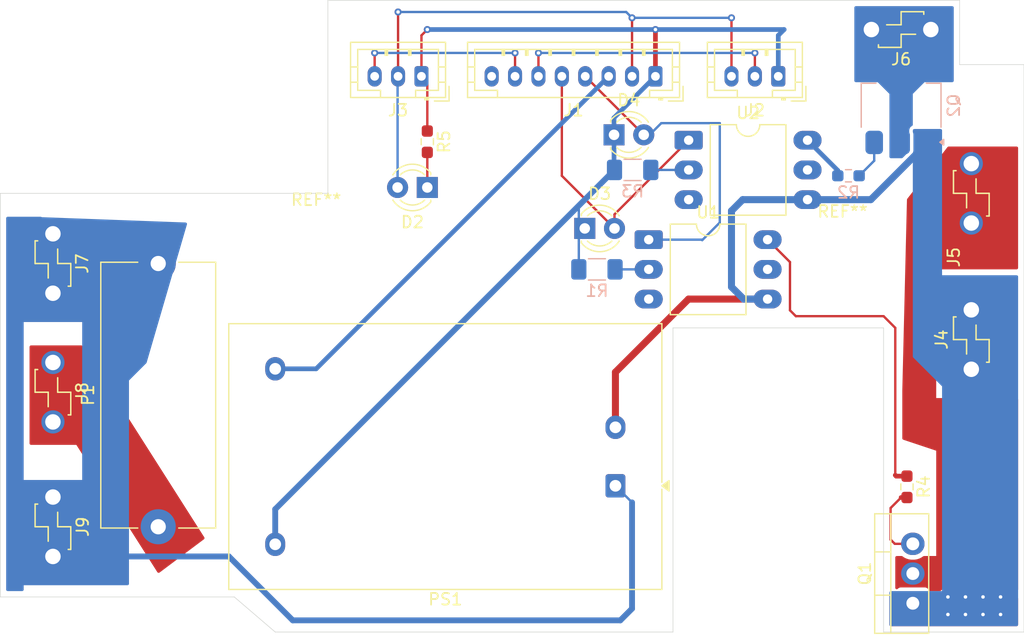
<source format=kicad_pcb>
(kicad_pcb (version 20241229) (generator "pcbnew") (generator_version "9.0")
  (layers (0 "F.Cu" signal) (2 "B.Cu" signal) (13 "F.Paste" user) (15 "B.Paste" user) (5 "F.SilkS" user "F.Silkscreen") (7 "B.SilkS" user "B.Silkscreen") (1 "F.Mask" user) (3 "B.Mask" user) (25 "Edge.Cuts" user))
  (net 0 "")
  (net 1 "PUMP")
  (net 2 "12V")
  (net 3 "DEBUG-LED")
  (net 4 "Net-(F1-Pad1)")
  (net 5 "Net-(D2-K)")
  (net 6 "GND")
  (net 7 "HEAT")
  (net 8 "TEMP")
  (net 9 "FLOW")
  (net 10 "5V")
  (net 11 "Net-(R4-Pad1)")
  (net 12 "Net-(R2-Pad1)")
  (net 13 "Net-(Q2-G)")
  (net 14 "Net-(Q1-G)")
  (net 19 "Net-(R3-Pad2)")
  (net 20 "Net-(R1-Pad2)")
  (net 21 "Net-(PS1-AC{slash}N)")
  (net 22 "Net-(Q2-A2)")
  (net 23 "Net-(PS1-AC{slash}L)")
  (net 24 "Net-(Q1-A2)")
  (footprint "1212-ST:KEYSTONE_1212-ST" (layer "F.Cu") (at 193 80.5 90)
    (property "Reference" "J4" (at 0 -2.54 90) (layer "F.SilkS"))
    (property "Value" "Neutral")
    (fp_line (start 1.9375 -1.525) (end 1.9375 -1.304) (stroke (width 0.127)) (layer "F.SilkS"))
    (fp_line (start 0 -1.525) (end 1.9375 -1.525) (stroke (width 0.127)) (layer "F.SilkS"))
    (fp_line (start 0 -0.405) (end 0 -1.525) (stroke (width 0.127)) (layer "F.SilkS"))
    (fp_line (start -1.2365 -0.405) (end 0 -0.405) (stroke (width 0.127)) (layer "F.SilkS"))
    (fp_line (start 0 0.405) (end 1.2365 0.405) (stroke (width 0.127)) (layer "F.SilkS"))
    (fp_line (start 0 0.405) (end 0 1.525) (stroke (width 0.127)) (layer "F.SilkS"))
    (fp_line (start 0 1.525) (end -1.9375 1.525) (stroke (width 0.127)) (layer "F.SilkS"))
    (fp_line (start -1.9375 1.525) (end -1.9375 1.304) (stroke (width 0.127)) (layer "F.SilkS"))
    (pad "1_1" thru_hole circle (at -2.54 0 90) (size 1.98 1.98) (drill 1.32) (layers "*.Cu" "*.Mask") (net 21 "Net-(PS1-AC{slash}N)"))
    (pad "1_2" thru_hole circle (at 2.54 0 90) (size 1.98 1.98) (drill 1.32) (layers "*.Cu" "*.Mask") (net 21 "Net-(PS1-AC{slash}N)"))
  )
  (footprint "LED_THT:LED_D3.0mm" (layer "F.Cu") (at 162.46 63)
    (property "Reference" "D4" (at 1.27 -2.96 0) (layer "F.SilkS"))
    (property "Value" "Heat")
    (fp_line (start -0.29 -1.236) (end -0.29 -1.08) (stroke (width 0.12)) (layer "F.SilkS"))
    (fp_line (start -0.29 1.08) (end -0.29 1.236) (stroke (width 0.12)) (layer "F.SilkS"))
    (fp_arc (start -0.29 -1.235516) (mid 1.36566 -1.987699) (end 2.941437 -1.08) (stroke (width 0.12)) (layer "F.SilkS"))
    (fp_arc (start 0.229039 -1.08) (mid 1.27 -1.5) (end 2.310961 -1.08) (stroke (width 0.12)) (layer "F.SilkS"))
    (fp_arc (start 2.310961 1.08) (mid 1.27 1.5) (end 0.229039 1.08) (stroke (width 0.12)) (layer "F.SilkS"))
    (fp_arc (start 2.941437 1.08) (mid 1.36566 1.987699) (end -0.29 1.235516) (stroke (width 0.12)) (layer "F.SilkS"))
    (pad "1" thru_hole rect (at 0 0) (size 1.8 1.8) (drill 0.9) (layers "*.Cu" "*.Mask") (net 6 "GND"))
    (pad "2" thru_hole circle (at 2.54 0) (size 1.8 1.8) (drill 0.9) (layers "*.Cu" "*.Mask") (net 7 "HEAT"))
  )
  (footprint "Fuse:Fuseholder_Cylinder-5x20mm_Schurter_0031_8201_Horizontal_Open" (layer "F.Cu") (at 123.5 96.5 90)
    (property "Reference" "F1" (at 11.25 -6 90) (layer "F.SilkS"))
    (property "Value" "Fuse")
    (fp_line (start -0.11 -4.91) (end 22.61 -4.91) (stroke (width 0.12)) (layer "F.SilkS"))
    (fp_line (start 22.61 -1.75) (end 22.61 -4.91) (stroke (width 0.12)) (layer "F.SilkS"))
    (fp_line (start -0.11 -1.75) (end -0.11 -4.91) (stroke (width 0.12)) (layer "F.SilkS"))
    (fp_line (start 22.61 4.91) (end 22.61 1.75) (stroke (width 0.12)) (layer "F.SilkS"))
    (fp_line (start -0.11 4.91) (end -0.11 1.75) (stroke (width 0.12)) (layer "F.SilkS"))
    (fp_line (start -0.11 4.91) (end 22.61 4.91) (stroke (width 0.12)) (layer "F.SilkS"))
    (pad "" np_thru_hole circle (at 11.25 0 90) (size 2.7 2.7) (drill 2.7) (layers "*.Cu" "*.Mask"))
    (pad "1" thru_hole circle (at 0 0 90) (size 3 3) (drill 1.3) (layers "*.Cu" "*.Mask") (net 4 "Net-(F1-Pad1)"))
    (pad "2" thru_hole circle (at 22.5 0 90) (size 3 3) (drill 1.3) (layers "*.Cu" "*.Mask") (net 23 "Net-(PS1-AC{slash}L)"))
  )
  (footprint "Connector_JST:JST_PH_B8B-PH-K_1x08_P2.00mm_Vertical" (layer "F.Cu") (at 166 58 180)
    (property "Reference" "J1" (at 7 -2.9 180) (layer "F.SilkS"))
    (property "Value" "Head Connector")
    (fp_line (start 16.06 2.91) (end 16.06 -1.81) (stroke (width 0.12)) (layer "F.SilkS"))
    (fp_line (start 16.06 0.8) (end 15.45 0.8) (stroke (width 0.12)) (layer "F.SilkS"))
    (fp_line (start 16.06 -0.5) (end 15.45 -0.5) (stroke (width 0.12)) (layer "F.SilkS"))
    (fp_line (start 16.06 -1.81) (end -2.06 -1.81) (stroke (width 0.12)) (layer "F.SilkS"))
    (fp_line (start 15.45 2.3) (end 15.45 -1.2) (stroke (width 0.12)) (layer "F.SilkS"))
    (fp_line (start 15.45 -1.2) (end 13.5 -1.2) (stroke (width 0.12)) (layer "F.SilkS"))
    (fp_line (start 13.5 -1.2) (end 13.5 -1.81) (stroke (width 0.12)) (layer "F.SilkS"))
    (fp_line (start 13.1 1.8) (end 13.1 2.3) (stroke (width 0.12)) (layer "F.SilkS"))
    (fp_line (start 13 2.3) (end 13 1.8) (stroke (width 0.12)) (layer "F.SilkS"))
    (fp_line (start 12.9 2.3) (end 12.9 1.8) (stroke (width 0.12)) (layer "F.SilkS"))
    (fp_line (start 12.9 1.8) (end 13.1 1.8) (stroke (width 0.12)) (layer "F.SilkS"))
    (fp_line (start 11.1 1.8) (end 11.1 2.3) (stroke (width 0.12)) (layer "F.SilkS"))
    (fp_line (start 11 2.3) (end 11 1.8) (stroke (width 0.12)) (layer "F.SilkS"))
    (fp_line (start 10.9 2.3) (end 10.9 1.8) (stroke (width 0.12)) (layer "F.SilkS"))
    (fp_line (start 10.9 1.8) (end 11.1 1.8) (stroke (width 0.12)) (layer "F.SilkS"))
    (fp_line (start 9.1 1.8) (end 9.1 2.3) (stroke (width 0.12)) (layer "F.SilkS"))
    (fp_line (start 9 2.3) (end 9 1.8) (stroke (width 0.12)) (layer "F.SilkS"))
    (fp_line (start 8.9 2.3) (end 8.9 1.8) (stroke (width 0.12)) (layer "F.SilkS"))
    (fp_line (start 8.9 1.8) (end 9.1 1.8) (stroke (width 0.12)) (layer "F.SilkS"))
    (fp_line (start 7.1 1.8) (end 7.1 2.3) (stroke (width 0.12)) (layer "F.SilkS"))
    (fp_line (start 7 2.3) (end 7 1.8) (stroke (width 0.12)) (layer "F.SilkS"))
    (fp_line (start 6.9 2.3) (end 6.9 1.8) (stroke (width 0.12)) (layer "F.SilkS"))
    (fp_line (start 6.9 1.8) (end 7.1 1.8) (stroke (width 0.12)) (layer "F.SilkS"))
    (fp_line (start 5.1 1.8) (end 5.1 2.3) (stroke (width 0.12)) (layer "F.SilkS"))
    (fp_line (start 5 2.3) (end 5 1.8) (stroke (width 0.12)) (layer "F.SilkS"))
    (fp_line (start 4.9 2.3) (end 4.9 1.8) (stroke (width 0.12)) (layer "F.SilkS"))
    (fp_line (start 4.9 1.8) (end 5.1 1.8) (stroke (width 0.12)) (layer "F.SilkS"))
    (fp_line (start 3.1 1.8) (end 3.1 2.3) (stroke (width 0.12)) (layer "F.SilkS"))
    (fp_line (start 3 2.3) (end 3 1.8) (stroke (width 0.12)) (layer "F.SilkS"))
    (fp_line (start 2.9 2.3) (end 2.9 1.8) (stroke (width 0.12)) (layer "F.SilkS"))
    (fp_line (start 2.9 1.8) (end 3.1 1.8) (stroke (width 0.12)) (layer "F.SilkS"))
    (fp_line (start 1.1 1.8) (end 1.1 2.3) (stroke (width 0.12)) (layer "F.SilkS"))
    (fp_line (start 1 2.3) (end 1 1.8) (stroke (width 0.12)) (layer "F.SilkS"))
    (fp_line (start 0.9 2.3) (end 0.9 1.8) (stroke (width 0.12)) (layer "F.SilkS"))
    (fp_line (start 0.9 1.8) (end 1.1 1.8) (stroke (width 0.12)) (layer "F.SilkS"))
    (fp_line (start 0.5 -1.2) (end -1.45 -1.2) (stroke (width 0.12)) (layer "F.SilkS"))
    (fp_line (start 0.5 -1.81) (end 0.5 -1.2) (stroke (width 0.12)) (layer "F.SilkS"))
    (fp_line (start -0.3 -1.81) (end -0.3 -2.01) (stroke (width 0.12)) (layer "F.SilkS"))
    (fp_line (start -0.3 -1.91) (end -0.6 -1.91) (stroke (width 0.12)) (layer "F.SilkS"))
    (fp_line (start -0.3 -2.01) (end -0.6 -2.01) (stroke (width 0.12)) (layer "F.SilkS"))
    (fp_line (start -0.6 -2.01) (end -0.6 -1.81) (stroke (width 0.12)) (layer "F.SilkS"))
    (fp_line (start -1.11 -2.11) (end -2.36 -2.11) (stroke (width 0.12)) (layer "F.SilkS"))
    (fp_line (start -1.45 2.3) (end 15.45 2.3) (stroke (width 0.12)) (layer "F.SilkS"))
    (fp_line (start -1.45 -1.2) (end -1.45 2.3) (stroke (width 0.12)) (layer "F.SilkS"))
    (fp_line (start -2.06 2.91) (end 16.06 2.91) (stroke (width 0.12)) (layer "F.SilkS"))
    (fp_line (start -2.06 0.8) (end -1.45 0.8) (stroke (width 0.12)) (layer "F.SilkS"))
    (fp_line (start -2.06 -0.5) (end -1.45 -0.5) (stroke (width 0.12)) (layer "F.SilkS"))
    (fp_line (start -2.06 -1.81) (end -2.06 2.91) (stroke (width 0.12)) (layer "F.SilkS"))
    (fp_line (start -2.36 -2.11) (end -2.36 -0.86) (stroke (width 0.12)) (layer "F.SilkS"))
    (pad "1" thru_hole roundrect (at 0 0 180) (size 1.2 1.75) (drill 0.75) (layers "*.Cu" "*.Mask") (roundrect_rratio 0.208333) (net 6 "GND"))
    (pad "2" thru_hole oval (at 2 0 180) (size 1.2 1.75) (drill 0.75) (layers "*.Cu" "*.Mask") (net 10 "5V"))
    (pad "3" thru_hole oval (at 4 0 180) (size 1.2 1.75) (drill 0.75) (layers "*.Cu" "*.Mask") (net 2 "12V"))
    (pad "4" thru_hole oval (at 6 0 180) (size 1.2 1.75) (drill 0.75) (layers "*.Cu" "*.Mask") (net 7 "HEAT"))
    (pad "5" thru_hole oval (at 8 0 180) (size 1.2 1.75) (drill 0.75) (layers "*.Cu" "*.Mask") (net 1 "PUMP"))
    (pad "6" thru_hole oval (at 10 0 180) (size 1.2 1.75) (drill 0.75) (layers "*.Cu" "*.Mask") (net 9 "FLOW"))
    (pad "7" thru_hole oval (at 12 0 180) (size 1.2 1.75) (drill 0.75) (layers "*.Cu" "*.Mask") (net 8 "TEMP"))
    (pad "8" thru_hole oval (at 14 0 180) (size 1.2 1.75) (drill 0.75) (layers "*.Cu" "*.Mask") (net 3 "DEBUG-LED"))
  )
  (footprint "1212-ST:KEYSTONE_1212-ST" (layer "F.Cu") (at 193 68 90)
    (property "Reference" "J5" (at -5.46 -1.5 270) (layer "F.SilkS"))
    (property "Value" "Heater")
    (fp_line (start 1.9375 -1.525) (end 1.9375 -1.304) (stroke (width 0.127)) (layer "F.SilkS"))
    (fp_line (start 0 -1.525) (end 1.9375 -1.525) (stroke (width 0.127)) (layer "F.SilkS"))
    (fp_line (start 0 -0.405) (end 0 -1.525) (stroke (width 0.127)) (layer "F.SilkS"))
    (fp_line (start -1.2365 -0.405) (end 0 -0.405) (stroke (width 0.127)) (layer "F.SilkS"))
    (fp_line (start 0 0.405) (end 1.2365 0.405) (stroke (width 0.127)) (layer "F.SilkS"))
    (fp_line (start 0 0.405) (end 0 1.525) (stroke (width 0.127)) (layer "F.SilkS"))
    (fp_line (start 0 1.525) (end -1.9375 1.525) (stroke (width 0.127)) (layer "F.SilkS"))
    (fp_line (start -1.9375 1.525) (end -1.9375 1.304) (stroke (width 0.127)) (layer "F.SilkS"))
    (pad "1_1" thru_hole circle (at -2.54 0 90) (size 1.98 1.98) (drill 1.32) (layers "*.Cu" "*.Mask") (net 24 "Net-(Q1-A2)"))
    (pad "1_2" thru_hole circle (at 2.54 0 90) (size 1.98 1.98) (drill 1.32) (layers "*.Cu" "*.Mask") (net 24 "Net-(Q1-A2)"))
  )
  (footprint "Resistor_SMD:R_0603_1608Metric_Pad0.98x0.95mm_HandSolder" (layer "F.Cu") (at 187.5 93.0875 -90)
    (property "Reference" "R4" (at 0 -1.43 270) (layer "F.SilkS"))
    (property "Value" "Rgate 220")
    (fp_line (start -0.254724 0.5225) (end 0.254724 0.5225) (stroke (width 0.12)) (layer "F.SilkS"))
    (fp_line (start -0.254724 -0.5225) (end 0.254724 -0.5225) (stroke (width 0.12)) (layer "F.SilkS"))
    (pad "1" smd roundrect (at -0.9125 0 270) (size 0.975 0.95) (layers "F.Cu" "F.Mask" "F.Paste") (net 11 "Net-(R4-Pad1)"))
    (pad "2" smd roundrect (at 0.9125 0 270) (size 0.975 0.95) (layers "F.Cu" "F.Mask" "F.Paste") (net 14 "Net-(Q1-G)"))
  )
  (footprint "Connector_JST:JST_PH_B3B-PH-K_1x03_P2.00mm_Vertical" (layer "F.Cu") (at 146 58 180)
    (property "Reference" "J3" (at 2 -2.9 0) (layer "F.SilkS"))
    (property "Value" "DS18B20")
    (fp_line (start 6.06 0.8) (end 5.45 0.8) (stroke (width 0.12)) (layer "F.SilkS"))
    (fp_line (start 6.06 -0.5) (end 5.45 -0.5) (stroke (width 0.12)) (layer "F.SilkS"))
    (fp_line (start 5.45 2.3) (end 5.45 -1.2) (stroke (width 0.12)) (layer "F.SilkS"))
    (fp_line (start 5.45 -1.2) (end 3.5 -1.2) (stroke (width 0.12)) (layer "F.SilkS"))
    (fp_line (start 3.5 -1.2) (end 3.5 -1.81) (stroke (width 0.12)) (layer "F.SilkS"))
    (fp_line (start 3.1 1.8) (end 3.1 2.3) (stroke (width 0.12)) (layer "F.SilkS"))
    (fp_line (start 3 2.3) (end 3 1.8) (stroke (width 0.12)) (layer "F.SilkS"))
    (fp_line (start 2.9 2.3) (end 2.9 1.8) (stroke (width 0.12)) (layer "F.SilkS"))
    (fp_line (start 2.9 1.8) (end 3.1 1.8) (stroke (width 0.12)) (layer "F.SilkS"))
    (fp_line (start 1.1 1.8) (end 1.1 2.3) (stroke (width 0.12)) (layer "F.SilkS"))
    (fp_line (start 1 2.3) (end 1 1.8) (stroke (width 0.12)) (layer "F.SilkS"))
    (fp_line (start 0.9 2.3) (end 0.9 1.8) (stroke (width 0.12)) (layer "F.SilkS"))
    (fp_line (start 0.9 1.8) (end 1.1 1.8) (stroke (width 0.12)) (layer "F.SilkS"))
    (fp_line (start 0.5 -1.2) (end -1.45 -1.2) (stroke (width 0.12)) (layer "F.SilkS"))
    (fp_line (start 0.5 -1.81) (end 0.5 -1.2) (stroke (width 0.12)) (layer "F.SilkS"))
    (fp_line (start -0.3 -1.81) (end -0.3 -2.01) (stroke (width 0.12)) (layer "F.SilkS"))
    (fp_line (start -0.3 -1.91) (end -0.6 -1.91) (stroke (width 0.12)) (layer "F.SilkS"))
    (fp_line (start -0.3 -2.01) (end -0.6 -2.01) (stroke (width 0.12)) (layer "F.SilkS"))
    (fp_line (start -0.6 -2.01) (end -0.6 -1.81) (stroke (width 0.12)) (layer "F.SilkS"))
    (fp_line (start -1.11 -2.11) (end -2.36 -2.11) (stroke (width 0.12)) (layer "F.SilkS"))
    (fp_line (start -1.45 2.3) (end 5.45 2.3) (stroke (width 0.12)) (layer "F.SilkS"))
    (fp_line (start -1.45 -1.2) (end -1.45 2.3) (stroke (width 0.12)) (layer "F.SilkS"))
    (fp_line (start -2.06 0.8) (end -1.45 0.8) (stroke (width 0.12)) (layer "F.SilkS"))
    (fp_line (start -2.06 -0.5) (end -1.45 -0.5) (stroke (width 0.12)) (layer "F.SilkS"))
    (fp_line (start -2.36 -2.11) (end -2.36 -0.86) (stroke (width 0.12)) (layer "F.SilkS"))
    (fp_rect (start -2.06 -1.81) (end 6.06 2.91) (stroke (width 0.12)) (fill no) (layer "F.SilkS"))
    (pad "1" thru_hole roundrect (at 0 0 180) (size 1.2 1.75) (drill 0.75) (layers "*.Cu" "*.Mask") (roundrect_rratio 0.208333) (net 6 "GND"))
    (pad "2" thru_hole oval (at 2 0 180) (size 1.2 1.75) (drill 0.75) (layers "*.Cu" "*.Mask") (net 10 "5V"))
    (pad "3" thru_hole oval (at 4 0 180) (size 1.2 1.75) (drill 0.75) (layers "*.Cu" "*.Mask") (net 8 "TEMP"))
  )
  (footprint "LED_THT:LED_D3.0mm" (layer "F.Cu") (at 146.5 67.5 180)
    (property "Reference" "D2" (at 1.27 -2.96 0) (layer "F.SilkS"))
    (property "Value" "POWER-A")
    (fp_line (start -0.29 1.08) (end -0.29 1.236) (stroke (width 0.12)) (layer "F.SilkS"))
    (fp_line (start -0.29 -1.236) (end -0.29 -1.08) (stroke (width 0.12)) (layer "F.SilkS"))
    (fp_arc (start 2.941437 1.08) (mid 1.36566 1.987699) (end -0.29 1.235516) (stroke (width 0.12)) (layer "F.SilkS"))
    (fp_arc (start 2.310961 1.08) (mid 1.27 1.5) (end 0.229039 1.08) (stroke (width 0.12)) (layer "F.SilkS"))
    (fp_arc (start 0.229039 -1.08) (mid 1.27 -1.5) (end 2.310961 -1.08) (stroke (width 0.12)) (layer "F.SilkS"))
    (fp_arc (start -0.29 -1.235516) (mid 1.36566 -1.987699) (end 2.941437 -1.08) (stroke (width 0.12)) (layer "F.SilkS"))
    (pad "1" thru_hole rect (at 0 0 180) (size 1.8 1.8) (drill 0.9) (layers "*.Cu" "*.Mask") (net 5 "Net-(D2-K)"))
    (pad "2" thru_hole circle (at 2.54 0 180) (size 1.8 1.8) (drill 0.9) (layers "*.Cu" "*.Mask") (net 10 "5V"))
  )
  (footprint "LED_THT:LED_D3.0mm" (layer "F.Cu") (at 159.96 71)
    (property "Reference" "D3" (at 1.27 -2.96 0) (layer "F.SilkS"))
    (property "Value" "Pump")
    (fp_line (start -0.29 -1.236) (end -0.29 -1.08) (stroke (width 0.12)) (layer "F.SilkS"))
    (fp_line (start -0.29 1.08) (end -0.29 1.236) (stroke (width 0.12)) (layer "F.SilkS"))
    (fp_arc (start -0.29 -1.235516) (mid 1.36566 -1.987699) (end 2.941437 -1.08) (stroke (width 0.12)) (layer "F.SilkS"))
    (fp_arc (start 0.229039 -1.08) (mid 1.27 -1.5) (end 2.310961 -1.08) (stroke (width 0.12)) (layer "F.SilkS"))
    (fp_arc (start 2.310961 1.08) (mid 1.27 1.5) (end 0.229039 1.08) (stroke (width 0.12)) (layer "F.SilkS"))
    (fp_arc (start 2.941437 1.08) (mid 1.36566 1.987699) (end -0.29 1.235516) (stroke (width 0.12)) (layer "F.SilkS"))
    (pad "1" thru_hole rect (at 0 0) (size 1.8 1.8) (drill 0.9) (layers "*.Cu" "*.Mask") (net 6 "GND"))
    (pad "2" thru_hole circle (at 2.54 0) (size 1.8 1.8) (drill 0.9) (layers "*.Cu" "*.Mask") (net 1 "PUMP"))
  )
  (footprint "1212-ST:KEYSTONE_1212-ST" (layer "F.Cu") (at 114.5 85 90)
    (property "Reference" "J8" (at 0 2.5 90) (layer "F.SilkS"))
    (property "Value" "Line")
    (fp_line (start 1.9375 -1.525) (end 1.9375 -1.304) (stroke (width 0.127)) (layer "F.SilkS"))
    (fp_line (start 0 -1.525) (end 1.9375 -1.525) (stroke (width 0.127)) (layer "F.SilkS"))
    (fp_line (start 0 -0.405) (end 0 -1.525) (stroke (width 0.127)) (layer "F.SilkS"))
    (fp_line (start -1.2365 -0.405) (end 0 -0.405) (stroke (width 0.127)) (layer "F.SilkS"))
    (fp_line (start 0 0.405) (end 1.2365 0.405) (stroke (width 0.127)) (layer "F.SilkS"))
    (fp_line (start 0 0.405) (end 0 1.525) (stroke (width 0.127)) (layer "F.SilkS"))
    (fp_line (start 0 1.525) (end -1.9375 1.525) (stroke (width 0.127)) (layer "F.SilkS"))
    (fp_line (start -1.9375 1.525) (end -1.9375 1.304) (stroke (width 0.127)) (layer "F.SilkS"))
    (pad "1_1" thru_hole circle (at -2.54 0 90) (size 1.98 1.98) (drill 1.32) (layers "*.Cu" "*.Mask") (net 4 "Net-(F1-Pad1)"))
    (pad "1_2" thru_hole circle (at 2.54 0 90) (size 1.98 1.98) (drill 1.32) (layers "*.Cu" "*.Mask") (net 4 "Net-(F1-Pad1)"))
  )
  (footprint "MountingHole:MountingHole_4mm" (layer "F.Cu") (at 182 74.5)
    (property "Reference" "REF**" (at 0 -4.95 0) (layer "F.SilkS"))
    (property "Value" "MountingHole_4mm")
    (pad "" np_thru_hole circle (at 0 0) (size 4 4) (drill 4) (layers "*.Cu" "*.Mask"))
  )
  (footprint "Converter_ACDC:Converter_ACDC_Hi-Link_HLK-PMxx" (layer "F.Cu") (at 162.58 93 180)
    (property "Reference" "PS1" (at 14.54 -9.7 0) (layer "F.SilkS"))
    (property "Value" "HLK-PM12")
    (fp_line (start 33.05 13.86) (end -3.97 13.86) (stroke (width 0.12)) (layer "F.SilkS"))
    (fp_line (start 33.05 -8.86) (end 33.05 13.86) (stroke (width 0.12)) (layer "F.SilkS"))
    (fp_line (start -3.97 13.86) (end -3.97 0.296) (stroke (width 0.12)) (layer "F.SilkS"))
    (fp_line (start -3.97 -0.296) (end -3.97 -8.86) (stroke (width 0.12)) (layer "F.SilkS"))
    (fp_line (start -3.97 -8.86) (end 33.05 -8.86) (stroke (width 0.12)) (layer "F.SilkS"))
    (fp_poly (pts (xy -3.97 0) (xy -4.58 0.44) (xy -4.58 -0.44)) (stroke (width 0.12)) (fill yes) (layer "F.SilkS"))
    (pad "1" thru_hole roundrect (at 0 0 180) (size 1.7 2) (drill 1) (layers "*.Cu" "*.Mask") (roundrect_rratio 0.147059) (net 23 "Net-(PS1-AC{slash}L)"))
    (pad "2" thru_hole oval (at 0 5 180) (size 1.7 2) (drill 1) (layers "*.Cu" "*.Mask") (net 21 "Net-(PS1-AC{slash}N)"))
    (pad "3" thru_hole oval (at 29.08 -5 180) (size 1.7 2) (drill 1) (layers "*.Cu" "*.Mask") (net 6 "GND"))
    (pad "4" thru_hole oval (at 29.08 10 180) (size 1.7 2) (drill 1) (layers "*.Cu" "*.Mask") (net 2 "12V"))
  )
  (footprint "Package_TO_SOT_THT:TO-220-3_Vertical" (layer "F.Cu") (at 188 103.04 90)
    (property "Reference" "Q1" (at 2.54 -4.1 90) (layer "F.SilkS"))
    (property "Value" "T835H-6I")
    (fp_line (start 7.65 -3.26) (end 7.65 1.36) (stroke (width 0.12)) (layer "F.SilkS"))
    (fp_line (start 4.39 -3.26) (end 4.39 -1.88) (stroke (width 0.12)) (layer "F.SilkS"))
    (fp_line (start 0.69 -3.26) (end 0.69 -1.88) (stroke (width 0.12)) (layer "F.SilkS"))
    (fp_line (start -2.57 -3.26) (end 7.65 -3.26) (stroke (width 0.12)) (layer "F.SilkS"))
    (fp_line (start -2.57 -1.88) (end 7.65 -1.88) (stroke (width 0.12)) (layer "F.SilkS"))
    (fp_line (start 7.65 1.36) (end -2.57 1.36) (stroke (width 0.12)) (layer "F.SilkS"))
    (fp_line (start -2.57 1.36) (end -2.57 -3.26) (stroke (width 0.12)) (layer "F.SilkS"))
    (pad "1" thru_hole rect (at 0 0 90) (size 1.905 2) (drill 1.1) (layers "*.Cu" "*.Mask") (net 21 "Net-(PS1-AC{slash}N)"))
    (pad "2" thru_hole oval (at 2.54 0 90) (size 1.905 2) (drill 1.1) (layers "*.Cu" "*.Mask") (net 24 "Net-(Q1-A2)"))
    (pad "3" thru_hole oval (at 5.08 0 90) (size 1.905 2) (drill 1.1) (layers "*.Cu" "*.Mask") (net 14 "Net-(Q1-G)"))
  )
  (footprint "1212-ST:KEYSTONE_1212-ST" (layer "F.Cu") (at 114.5 74 90)
    (property "Reference" "J7" (at 0 2.5 90) (layer "F.SilkS"))
    (property "Value" "Heater")
    (fp_line (start 1.9375 -1.525) (end 1.9375 -1.304) (stroke (width 0.127)) (layer "F.SilkS"))
    (fp_line (start 0 -1.525) (end 1.9375 -1.525) (stroke (width 0.127)) (layer "F.SilkS"))
    (fp_line (start 0 -0.405) (end 0 -1.525) (stroke (width 0.127)) (layer "F.SilkS"))
    (fp_line (start -1.2365 -0.405) (end 0 -0.405) (stroke (width 0.127)) (layer "F.SilkS"))
    (fp_line (start 0 0.405) (end 1.2365 0.405) (stroke (width 0.127)) (layer "F.SilkS"))
    (fp_line (start 0 0.405) (end 0 1.525) (stroke (width 0.127)) (layer "F.SilkS"))
    (fp_line (start 0 1.525) (end -1.9375 1.525) (stroke (width 0.127)) (layer "F.SilkS"))
    (fp_line (start -1.9375 1.525) (end -1.9375 1.304) (stroke (width 0.127)) (layer "F.SilkS"))
    (pad "1_1" thru_hole circle (at -2.54 0 90) (size 1.98 1.98) (drill 1.32) (layers "*.Cu" "*.Mask") (net 23 "Net-(PS1-AC{slash}L)"))
    (pad "1_2" thru_hole circle (at 2.54 0 90) (size 1.98 1.98) (drill 1.32) (layers "*.Cu" "*.Mask") (net 23 "Net-(PS1-AC{slash}L)"))
  )
  (footprint "MountingHole:MountingHole_4mm" (layer "F.Cu") (at 137 73.5)
    (property "Reference" "REF**" (at 0 -4.95 0) (layer "F.SilkS"))
    (property "Value" "MountingHole_4mm")
    (pad "" np_thru_hole circle (at 0 0) (size 4 4) (drill 4) (layers "*.Cu" "*.Mask"))
  )
  (footprint "1212-ST:KEYSTONE_1212-ST" (layer "F.Cu") (at 187 54 180)
    (property "Reference" "J6" (at 0 -2.54 0) (layer "F.SilkS"))
    (property "Value" "Pump")
    (fp_line (start 1.9375 -1.525) (end 1.9375 -1.304) (stroke (width 0.127)) (layer "F.SilkS"))
    (fp_line (start 0 1.525) (end -1.9375 1.525) (stroke (width 0.127)) (layer "F.SilkS"))
    (fp_line (start 0 0.405) (end 1.2365 0.405) (stroke (width 0.127)) (layer "F.SilkS"))
    (fp_line (start 0 0.405) (end 0 1.525) (stroke (width 0.127)) (layer "F.SilkS"))
    (fp_line (start 0 -0.405) (end 0 -1.525) (stroke (width 0.127)) (layer "F.SilkS"))
    (fp_line (start 0 -1.525) (end 1.9375 -1.525) (stroke (width 0.127)) (layer "F.SilkS"))
    (fp_line (start -1.2365 -0.405) (end 0 -0.405) (stroke (width 0.127)) (layer "F.SilkS"))
    (fp_line (start -1.9375 1.525) (end -1.9375 1.304) (stroke (width 0.127)) (layer "F.SilkS"))
    (pad "1_1" thru_hole circle (at -2.54 0 180) (size 1.98 1.98) (drill 1.32) (layers "*.Cu" "*.Mask") (net 22 "Net-(Q2-A2)"))
    (pad "1_2" thru_hole circle (at 2.54 0 180) (size 1.98 1.98) (drill 1.32) (layers "*.Cu" "*.Mask") (net 22 "Net-(Q2-A2)"))
  )
  (footprint "Connector_JST:JST_PH_B3B-PH-K_1x03_P2.00mm_Vertical" (layer "F.Cu") (at 176.5 58 180)
    (property "Reference" "J2" (at 2 -2.9 180) (layer "F.SilkS"))
    (property "Value" "Flow sensor")
    (fp_line (start 6.06 2.91) (end 6.06 -1.81) (stroke (width 0.12)) (layer "F.SilkS"))
    (fp_line (start 6.06 0.8) (end 5.45 0.8) (stroke (width 0.12)) (layer "F.SilkS"))
    (fp_line (start 6.06 -0.5) (end 5.45 -0.5) (stroke (width 0.12)) (layer "F.SilkS"))
    (fp_line (start 6.06 -1.81) (end -2.06 -1.81) (stroke (width 0.12)) (layer "F.SilkS"))
    (fp_line (start 5.45 2.3) (end 5.45 -1.2) (stroke (width 0.12)) (layer "F.SilkS"))
    (fp_line (start 5.45 -1.2) (end 3.5 -1.2) (stroke (width 0.12)) (layer "F.SilkS"))
    (fp_line (start 3.5 -1.2) (end 3.5 -1.81) (stroke (width 0.12)) (layer "F.SilkS"))
    (fp_line (start 3.1 1.8) (end 3.1 2.3) (stroke (width 0.12)) (layer "F.SilkS"))
    (fp_line (start 3 2.3) (end 3 1.8) (stroke (width 0.12)) (layer "F.SilkS"))
    (fp_line (start 2.9 2.3) (end 2.9 1.8) (stroke (width 0.12)) (layer "F.SilkS"))
    (fp_line (start 2.9 1.8) (end 3.1 1.8) (stroke (width 0.12)) (layer "F.SilkS"))
    (fp_line (start 1.1 1.8) (end 1.1 2.3) (stroke (width 0.12)) (layer "F.SilkS"))
    (fp_line (start 1 2.3) (end 1 1.8) (stroke (width 0.12)) (layer "F.SilkS"))
    (fp_line (start 0.9 2.3) (end 0.9 1.8) (stroke (width 0.12)) (layer "F.SilkS"))
    (fp_line (start 0.9 1.8) (end 1.1 1.8) (stroke (width 0.12)) (layer "F.SilkS"))
    (fp_line (start 0.5 -1.2) (end -1.45 -1.2) (stroke (width 0.12)) (layer "F.SilkS"))
    (fp_line (start 0.5 -1.81) (end 0.5 -1.2) (stroke (width 0.12)) (layer "F.SilkS"))
    (fp_line (start -0.3 -1.81) (end -0.3 -2.01) (stroke (width 0.12)) (layer "F.SilkS"))
    (fp_line (start -0.3 -1.91) (end -0.6 -1.91) (stroke (width 0.12)) (layer "F.SilkS"))
    (fp_line (start -0.3 -2.01) (end -0.6 -2.01) (stroke (width 0.12)) (layer "F.SilkS"))
    (fp_line (start -0.6 -2.01) (end -0.6 -1.81) (stroke (width 0.12)) (layer "F.SilkS"))
    (fp_line (start -1.11 -2.11) (end -2.36 -2.11) (stroke (width 0.12)) (layer "F.SilkS"))
    (fp_line (start -1.45 2.3) (end 5.45 2.3) (stroke (width 0.12)) (layer "F.SilkS"))
    (fp_line (start -1.45 -1.2) (end -1.45 2.3) (stroke (width 0.12)) (layer "F.SilkS"))
    (fp_line (start -2.06 2.91) (end 6.06 2.91) (stroke (width 0.12)) (layer "F.SilkS"))
    (fp_line (start -2.06 0.8) (end -1.45 0.8) (stroke (width 0.12)) (layer "F.SilkS"))
    (fp_line (start -2.06 -0.5) (end -1.45 -0.5) (stroke (width 0.12)) (layer "F.SilkS"))
    (fp_line (start -2.06 -1.81) (end -2.06 2.91) (stroke (width 0.12)) (layer "F.SilkS"))
    (fp_line (start -2.36 -2.11) (end -2.36 -0.86) (stroke (width 0.12)) (layer "F.SilkS"))
    (pad "1" thru_hole roundrect (at 0 0 180) (size 1.2 1.75) (drill 0.75) (layers "*.Cu" "*.Mask") (roundrect_rratio 0.208333) (net 6 "GND"))
    (pad "2" thru_hole oval (at 2 0 180) (size 1.2 1.75) (drill 0.75) (layers "*.Cu" "*.Mask") (net 9 "FLOW"))
    (pad "3" thru_hole oval (at 4 0 180) (size 1.2 1.75) (drill 0.75) (layers "*.Cu" "*.Mask") (net 10 "5V"))
  )
  (footprint "Package_DIP:DIP-6_W10.16mm_LongPads" (layer "F.Cu") (at 165.425 71.96)
    (property "Reference" "U1" (at 5.08 -2.33 0) (layer "F.SilkS"))
    (property "Value" "MOC3063M")
    (fp_line (start 1.845 -1.33) (end 1.845 6.41) (stroke (width 0.12)) (layer "F.SilkS"))
    (fp_line (start 1.845 6.41) (end 8.315 6.41) (stroke (width 0.12)) (layer "F.SilkS"))
    (fp_line (start 4.08 -1.33) (end 1.845 -1.33) (stroke (width 0.12)) (layer "F.SilkS"))
    (fp_line (start 8.315 -1.33) (end 6.08 -1.33) (stroke (width 0.12)) (layer "F.SilkS"))
    (fp_line (start 8.315 6.41) (end 8.315 -1.33) (stroke (width 0.12)) (layer "F.SilkS"))
    (fp_arc (start 6.08 -1.33) (mid 5.08 -0.33) (end 4.08 -1.33) (stroke (width 0.12)) (layer "F.SilkS"))
    (pad "1" thru_hole roundrect (at 0 0) (size 2.4 1.6) (drill 0.8) (layers "*.Cu" "*.Mask") (roundrect_rratio 0.15625) (net 7 "HEAT"))
    (pad "2" thru_hole oval (at 0 2.54) (size 2.4 1.6) (drill 0.8) (layers "*.Cu" "*.Mask") (net 20 "Net-(R1-Pad2)"))
    (pad "3" thru_hole oval (at 0 5.08) (size 2.4 1.6) (drill 0.8) (layers "*.Cu" "*.Mask"))
    (pad "4" thru_hole oval (at 10.16 5.08) (size 2.4 1.6) (drill 0.8) (layers "*.Cu" "*.Mask") (net 21 "Net-(PS1-AC{slash}N)"))
    (pad "5" thru_hole oval (at 10.16 2.54) (size 2.4 1.6) (drill 0.8) (layers "*.Cu" "*.Mask"))
    (pad "6" thru_hole oval (at 10.16 0) (size 2.4 1.6) (drill 0.8) (layers "*.Cu" "*.Mask") (net 11 "Net-(R4-Pad1)"))
  )
  (footprint "Resistor_SMD:R_0603_1608Metric_Pad0.98x0.95mm_HandSolder" (layer "F.Cu") (at 146.5 63.5875 -90)
    (property "Reference" "R5" (at 0 -1.43 90) (layer "F.SilkS"))
    (property "Value" "220OHM")
    (fp_line (start -0.254724 0.5225) (end 0.254724 0.5225) (stroke (width 0.12)) (layer "F.SilkS"))
    (fp_line (start -0.254724 -0.5225) (end 0.254724 -0.5225) (stroke (width 0.12)) (layer "F.SilkS"))
    (pad "1" smd roundrect (at -0.9125 0 270) (size 0.975 0.95) (layers "F.Cu" "F.Mask" "F.Paste") (net 6 "GND"))
    (pad "2" smd roundrect (at 0.9125 0 270) (size 0.975 0.95) (layers "F.Cu" "F.Mask" "F.Paste") (net 5 "Net-(D2-K)"))
  )
  (footprint "1212-ST:KEYSTONE_1212-ST" (layer "F.Cu") (at 114.5 96.5 -90)
    (property "Reference" "J9" (at 0 -2.54 90) (layer "F.SilkS"))
    (property "Value" "Pump")
    (fp_line (start -1.9375 1.525) (end -1.9375 1.304) (stroke (width 0.127)) (layer "F.SilkS"))
    (fp_line (start 0 1.525) (end -1.9375 1.525) (stroke (width 0.127)) (layer "F.SilkS"))
    (fp_line (start 0 0.405) (end 0 1.525) (stroke (width 0.127)) (layer "F.SilkS"))
    (fp_line (start 0 0.405) (end 1.2365 0.405) (stroke (width 0.127)) (layer "F.SilkS"))
    (fp_line (start -1.2365 -0.405) (end 0 -0.405) (stroke (width 0.127)) (layer "F.SilkS"))
    (fp_line (start 0 -0.405) (end 0 -1.525) (stroke (width 0.127)) (layer "F.SilkS"))
    (fp_line (start 0 -1.525) (end 1.9375 -1.525) (stroke (width 0.127)) (layer "F.SilkS"))
    (fp_line (start 1.9375 -1.525) (end 1.9375 -1.304) (stroke (width 0.127)) (layer "F.SilkS"))
    (pad "1_1" thru_hole circle (at -2.54 0 270) (size 1.98 1.98) (drill 1.32) (layers "*.Cu" "*.Mask") (net 23 "Net-(PS1-AC{slash}L)"))
    (pad "1_2" thru_hole circle (at 2.54 0 270) (size 1.98 1.98) (drill 1.32) (layers "*.Cu" "*.Mask") (net 23 "Net-(PS1-AC{slash}L)"))
  )
  (footprint "Package_DIP:DIP-6_W10.16mm_LongPads" (layer "F.Cu") (at 168.84 63.46)
    (property "Reference" "U2" (at 5.08 -2.33 0) (layer "F.SilkS"))
    (property "Value" "MOC3063M")
    (fp_line (start 1.845 -1.33) (end 1.845 6.41) (stroke (width 0.12)) (layer "F.SilkS"))
    (fp_line (start 1.845 6.41) (end 8.315 6.41) (stroke (width 0.12)) (layer "F.SilkS"))
    (fp_line (start 4.08 -1.33) (end 1.845 -1.33) (stroke (width 0.12)) (layer "F.SilkS"))
    (fp_line (start 8.315 -1.33) (end 6.08 -1.33) (stroke (width 0.12)) (layer "F.SilkS"))
    (fp_line (start 8.315 6.41) (end 8.315 -1.33) (stroke (width 0.12)) (layer "F.SilkS"))
    (fp_arc (start 6.08 -1.33) (mid 5.08 -0.33) (end 4.08 -1.33) (stroke (width 0.12)) (layer "F.SilkS"))
    (pad "1" thru_hole roundrect (at 0 0) (size 2.4 1.6) (drill 0.8) (layers "*.Cu" "*.Mask") (roundrect_rratio 0.15625) (net 1 "PUMP"))
    (pad "2" thru_hole oval (at 0 2.54) (size 2.4 1.6) (drill 0.8) (layers "*.Cu" "*.Mask") (net 19 "Net-(R3-Pad2)"))
    (pad "3" thru_hole oval (at 0 5.08) (size 2.4 1.6) (drill 0.8) (layers "*.Cu" "*.Mask"))
    (pad "4" thru_hole oval (at 10.16 5.08) (size 2.4 1.6) (drill 0.8) (layers "*.Cu" "*.Mask") (net 21 "Net-(PS1-AC{slash}N)"))
    (pad "5" thru_hole oval (at 10.16 2.54) (size 2.4 1.6) (drill 0.8) (layers "*.Cu" "*.Mask"))
    (pad "6" thru_hole oval (at 10.16 0) (size 2.4 1.6) (drill 0.8) (layers "*.Cu" "*.Mask") (net 12 "Net-(R2-Pad1)"))
  )
  (footprint "Resistor_SMD:R_0603_1608Metric_Pad0.98x0.95mm_HandSolder" (layer "B.Cu") (at 182.5 66.5)
    (property "Reference" "R2" (at 0 1.43 180) (layer "B.SilkS") (effects (justify mirror)))
    (property "Value" "Rgate 220")
    (fp_line (start -0.254724 -0.5225) (end 0.254724 -0.5225) (stroke (width 0.12)) (layer "B.SilkS"))
    (fp_line (start -0.254724 0.5225) (end 0.254724 0.5225) (stroke (width 0.12)) (layer "B.SilkS"))
    (pad "1" smd roundrect (at -0.9125 0) (size 0.975 0.95) (layers "B.Cu" "B.Mask" "B.Paste") (net 12 "Net-(R2-Pad1)"))
    (pad "2" smd roundrect (at 0.9125 0) (size 0.975 0.95) (layers "B.Cu" "B.Mask" "B.Paste") (net 13 "Net-(Q2-G)"))
  )
  (footprint "Resistor_SMD:R_1206_3216Metric_Pad1.30x1.75mm_HandSolder" (layer "B.Cu") (at 164.05 66)
    (property "Reference" "R3" (at 0 1.83 0) (layer "B.SilkS") (effects (justify mirror)))
    (property "Value" "RLED")
    (fp_line (start -0.727064 -0.91) (end 0.727064 -0.91) (stroke (width 0.12)) (layer "B.SilkS"))
    (fp_line (start -0.727064 0.91) (end 0.727064 0.91) (stroke (width 0.12)) (layer "B.SilkS"))
    (pad "1" smd roundrect (at -1.55 0) (size 1.3 1.75) (layers "B.Cu" "B.Mask" "B.Paste") (roundrect_rratio 0.192308) (net 6 "GND"))
    (pad "2" smd roundrect (at 1.55 0) (size 1.3 1.75) (layers "B.Cu" "B.Mask" "B.Paste") (roundrect_rratio 0.192308) (net 19 "Net-(R3-Pad2)"))
  )
  (footprint "Package_TO_SOT_SMD:SOT-223" (layer "B.Cu") (at 187 60.5 90)
    (property "Reference" "Q2" (at 0 4.5 90) (layer "B.SilkS") (effects (justify mirror)))
    (property "Value" "Z0107MN")
    (fp_line (start 1.91 -3.41) (end 1.91 -2.15) (stroke (width 0.12)) (layer "B.SilkS"))
    (fp_line (start -1.85 -3.41) (end 1.91 -3.41) (stroke (width 0.12)) (layer "B.SilkS"))
    (fp_line (start 1.91 3.41) (end 1.91 2.15) (stroke (width 0.12)) (layer "B.SilkS"))
    (fp_line (start -1.85 3.41) (end 1.91 3.41) (stroke (width 0.12)) (layer "B.SilkS"))
    (fp_poly (pts (xy -3.13 3.31) (xy -3.37 3.64) (xy -2.89 3.64) (xy -3.13 3.31)) (stroke (width 0.12)) (fill yes) (layer "B.SilkS"))
    (pad "1" smd roundrect (at -3.15 2.3 90) (size 2 1.5) (layers "B.Cu" "B.Mask" "B.Paste") (net 21 "Net-(PS1-AC{slash}N)"))
    (pad "2" smd roundrect (at -3.15 0 90) (size 2 1.5) (layers "B.Cu" "B.Mask" "B.Paste") (net 22 "Net-(Q2-A2)"))
    (pad "3" smd roundrect (at -3.15 -2.3 90) (size 2 1.5) (layers "B.Cu" "B.Mask" "B.Paste") (net 13 "Net-(Q2-G)"))
    (pad "4" smd roundrect (at 3.15 0 90) (size 2 3.8) (layers "B.Cu" "B.Mask" "B.Paste") (net 22 "Net-(Q2-A2)"))
  )
  (footprint "Resistor_SMD:R_1206_3216Metric_Pad1.30x1.75mm_HandSolder" (layer "B.Cu") (at 161 74.5)
    (property "Reference" "R1" (at 0 1.83 0) (layer "B.SilkS") (effects (justify mirror)))
    (property "Value" "RLED")
    (fp_line (start -0.727064 -0.91) (end 0.727064 -0.91) (stroke (width 0.12)) (layer "B.SilkS"))
    (fp_line (start -0.727064 0.91) (end 0.727064 0.91) (stroke (width 0.12)) (layer "B.SilkS"))
    (pad "1" smd roundrect (at -1.55 0) (size 1.3 1.75) (layers "B.Cu" "B.Mask" "B.Paste") (roundrect_rratio 0.192308) (net 6 "GND"))
    (pad "2" smd roundrect (at 1.55 0) (size 1.3 1.75) (layers "B.Cu" "B.Mask" "B.Paste") (roundrect_rratio 0.192308) (net 20 "Net-(R1-Pad2)"))
  )
  (gr_line (start 138 51.5) (end 138 68) (stroke (width 0.05)) (layer "Edge.Cuts"))
  (gr_line (start 185.5 105.5) (end 197.5 105.5) (stroke (width 0.05)) (layer "Edge.Cuts"))
  (gr_line (start 138 68) (end 110 68) (stroke (width 0.05)) (layer "Edge.Cuts"))
  (gr_line (start 133.5 105.5) (end 167.5 105.5) (stroke (width 0.05)) (layer "Edge.Cuts"))
  (gr_line (start 110 68) (end 110 102.5) (stroke (width 0.05)) (layer "Edge.Cuts"))
  (gr_line (start 197.5 105.5) (end 197.5 57) (stroke (width 0.05)) (layer "Edge.Cuts"))
  (gr_line (start 192 57) (end 192 51.5) (stroke (width 0.05)) (layer "Edge.Cuts"))
  (gr_line (start 130 102.5) (end 133.5 105.5) (stroke (width 0.05)) (layer "Edge.Cuts"))
  (gr_line (start 185.5 79.5) (end 185.5 105.5) (stroke (width 0.05)) (layer "Edge.Cuts"))
  (gr_line (start 167.5 79.5) (end 185.5 79.5) (stroke (width 0.05)) (layer "Edge.Cuts"))
  (gr_line (start 197.5 57) (end 192 57) (stroke (width 0.05)) (layer "Edge.Cuts"))
  (gr_line (start 192 51.5) (end 138 51.5) (stroke (width 0.05)) (layer "Edge.Cuts"))
  (gr_line (start 167.5 105.5) (end 167.5 79.5) (stroke (width 0.05)) (layer "Edge.Cuts"))
  (gr_line (start 110 102.5) (end 130 102.5) (stroke (width 0.05)) (layer "Edge.Cuts"))
  (segment (start 158 66.5) (end 158 58) (width 0.2) (layer "F.Cu") (net 1))
  (segment (start 162.5 71) (end 158 66.5) (width 0.2) (layer "F.Cu") (net 1))
  (segment (start 162.5 69.8) (end 162.5 71) (width 0.2) (layer "F.Cu") (net 1))
  (segment (start 168.84 63.46) (end 162.5 69.8) (width 0.2) (layer "F.Cu") (net 1))
  (segment (start 162 58) (end 137 83) (width 0.4) (layer "B.Cu") (net 2))
  (segment (start 137 83) (end 133.5 83) (width 0.4) (layer "B.Cu") (net 2))
  (segment (start 146.5 64.5) (end 146.5 67.5) (width 0.2) (layer "F.Cu") (net 5))
  (segment (start 146 58) (end 146 54.5) (width 0.2) (layer "F.Cu") (net 6))
  (segment (start 146.5 62.675) (end 146.5 58.5) (width 0.2) (layer "F.Cu") (net 6))
  (segment (start 146.5 58.5) (end 146 58) (width 0.2) (layer "F.Cu") (net 6))
  (segment (start 146 54.5) (end 146.5 54) (width 0.2) (layer "F.Cu") (net 6))
  (segment (start 166 58) (end 166 54) (width 0.4) (layer "F.Cu") (net 6))
  (via (at 146.5 54) (size 0.6) (drill 0.3) (layers "F.Cu" "B.Cu") (net 6))
  (via (at 166 54) (size 0.6) (drill 0.3) (layers "F.Cu" "B.Cu") (net 6))
  (segment (start 159.96 71) (end 159.45 70.49) (width 0.4) (layer "B.Cu") (net 6))
  (segment (start 133.5 95) (end 133.5 98) (width 0.5) (layer "B.Cu") (net 6))
  (segment (start 162.46 63) (end 162.46 65.96) (width 0.4) (layer "B.Cu") (net 6))
  (segment (start 162.46 61.54) (end 162.46 63) (width 0.4) (layer "B.Cu") (net 6))
  (segment (start 159.45 71) (end 159.45 70.49) (width 0.2) (layer "B.Cu") (net 6))
  (segment (start 176.5 58) (end 176.5 54.5) (width 0.4) (layer "B.Cu") (net 6))
  (segment (start 177 54) (end 146.5 54) (width 0.4) (layer "B.Cu") (net 6))
  (segment (start 159.45 74.5) (end 159.45 71) (width 0.2) (layer "B.Cu") (net 6))
  (segment (start 176.5 54.5) (end 177 54) (width 0.4) (layer "B.Cu") (net 6))
  (segment (start 162.5 66) (end 159.45 69.05) (width 0.4) (layer "B.Cu") (net 6))
  (segment (start 159.96 71) (end 159.45 71) (width 0.2) (layer "B.Cu") (net 6))
  (segment (start 162.46 65.96) (end 162.5 66) (width 0.4) (layer "B.Cu") (net 6))
  (segment (start 166 58) (end 162.46 61.54) (width 0.4) (layer "B.Cu") (net 6))
  (segment (start 162.5 66) (end 133.5 95) (width 0.5) (layer "B.Cu") (net 6))
  (segment (start 159.45 70.49) (end 159.45 69.05) (width 0.2) (layer "B.Cu") (net 6))
  (segment (start 165 63) (end 160 58) (width 0.2) (layer "F.Cu") (net 7))
  (segment (start 169.96 71.96) (end 165.425 71.96) (width 0.2) (layer "B.Cu") (net 7))
  (segment (start 171.5 70.5) (end 170 72) (width 0.2) (layer "B.Cu") (net 7))
  (segment (start 165.5 63) (end 166.5 62) (width 0.2) (layer "B.Cu") (net 7))
  (segment (start 165 63) (end 165.5 63) (width 0.2) (layer "B.Cu") (net 7))
  (segment (start 165 63) (end 165 63.5) (width 0.2) (layer "B.Cu") (net 7))
  (segment (start 170 72) (end 169.96 71.96) (width 0.2) (layer "B.Cu") (net 7))
  (segment (start 166.5 62) (end 171.5 62) (width 0.2) (layer "B.Cu") (net 7))
  (segment (start 171.5 62) (end 171.5 70.5) (width 0.2) (layer "B.Cu") (net 7))
  (segment (start 154 58) (end 154 56) (width 0.2) (layer "F.Cu") (net 8))
  (segment (start 142 58) (end 142 56) (width 0.2) (layer "F.Cu") (net 8))
  (via (at 142 56) (size 0.6) (drill 0.3) (layers "F.Cu" "B.Cu") (net 8))
  (via (at 154 56) (size 0.6) (drill 0.3) (layers "F.Cu" "B.Cu") (net 8))
  (segment (start 142 56) (end 154 56) (width 0.2) (layer "B.Cu") (net 8))
  (segment (start 156 58) (end 156 56) (width 0.2) (layer "F.Cu") (net 9))
  (segment (start 174.5 58) (end 174.5 56) (width 0.2) (layer "F.Cu") (net 9))
  (via (at 156 56) (size 0.6) (drill 0.3) (layers "F.Cu" "B.Cu") (net 9))
  (via (at 174.5 56) (size 0.6) (drill 0.3) (layers "F.Cu" "B.Cu") (net 9))
  (segment (start 156 56) (end 174.5 56) (width 0.2) (layer "B.Cu") (net 9))
  (segment (start 144 58) (end 144 52.5) (width 0.2) (layer "F.Cu") (net 10))
  (segment (start 144 58) (end 144 58.5) (width 0.2) (layer "F.Cu") (net 10))
  (segment (start 164 58) (end 164 53) (width 0.2) (layer "F.Cu") (net 10))
  (segment (start 172.5 58) (end 172.5 53) (width 0.2) (layer "F.Cu") (net 10))
  (via (at 164 53) (size 0.6) (drill 0.3) (layers "F.Cu" "B.Cu") (net 10))
  (via (at 172.5 53) (size 0.6) (drill 0.3) (layers "F.Cu" "B.Cu") (net 10))
  (via (at 144 52.5) (size 0.6) (drill 0.3) (layers "F.Cu" "B.Cu") (net 10))
  (segment (start 164 53) (end 172.5 53) (width 0.2) (layer "B.Cu") (net 10))
  (segment (start 143.96 67.5) (end 143.96 58.04) (width 0.2) (layer "B.Cu") (net 10))
  (segment (start 144 52.5) (end 163.5 52.5) (width 0.2) (layer "B.Cu") (net 10))
  (segment (start 143.96 58.04) (end 144 58) (width 0.2) (layer "B.Cu") (net 10))
  (segment (start 163.5 52.5) (end 164 53) (width 0.2) (layer "B.Cu") (net 10))
  (segment (start 178 78.5) (end 185.5 78.5) (width 0.2) (layer "F.Cu") (net 11))
  (segment (start 186.5 79.5) (end 186.5 92.0925) (width 0.2) (layer "F.Cu") (net 11))
  (segment (start 186.5825 92.175) (end 186.5 92.0925) (width 0.4) (layer "F.Cu") (net 11))
  (segment (start 177.5 73.875) (end 177.5 78) (width 0.2) (layer "F.Cu") (net 11))
  (segment (start 187.5 92.175) (end 186.5825 92.175) (width 0.4) (layer "F.Cu") (net 11))
  (segment (start 175.585 71.96) (end 177.5 73.875) (width 0.2) (layer "F.Cu") (net 11))
  (segment (start 185.5 78.5) (end 186.5 79.5) (width 0.2) (layer "F.Cu") (net 11))
  (segment (start 177.5 78) (end 178 78.5) (width 0.2) (layer "F.Cu") (net 11))
  (segment (start 181.5875 66.0475) (end 179 63.46) (width 0.4) (layer "B.Cu") (net 12))
  (segment (start 181.5875 66.5) (end 181.5875 66.0475) (width 0.4) (layer "B.Cu") (net 12))
  (segment (start 184.7 65.2125) (end 183.4125 66.5) (width 0.2) (layer "B.Cu") (net 13))
  (segment (start 184.7 63.65) (end 184.7 65.2125) (width 0.2) (layer "B.Cu") (net 13))
  (segment (start 184.55 63.5) (end 184.7 63.65) (width 0.2) (layer "B.Cu") (net 13))
  (segment (start 187.5 94) (end 187 94) (width 0.4) (layer "F.Cu") (net 14))
  (segment (start 187 94) (end 187.0925 93.9075) (width 0.2) (layer "F.Cu") (net 14))
  (segment (start 188 97.96) (end 186.46 97.96) (width 0.2) (layer "F.Cu") (net 14))
  (segment (start 186.46 97.96) (end 186.101 97.601) (width 0.2) (layer "F.Cu") (net 14))
  (segment (start 186.101 97.601) (end 186.101 94.899) (width 0.2) (layer "F.Cu") (net 14))
  (segment (start 187.0925 93.9075) (end 187.5 93.9075) (width 0.2) (layer "F.Cu") (net 14))
  (segment (start 186.101 94.899) (end 187 94) (width 0.2) (layer "F.Cu") (net 14))
  (segment (start 165.6 66) (end 168.84 66) (width 0.2) (layer "B.Cu") (net 19))
  (segment (start 162.55 74.5) (end 165.425 74.5) (width 0.2) (layer "B.Cu") (net 20))
  (segment (start 175.585 77.04) (end 168.827215 77.04) (width 0.6) (layer "F.Cu") (net 21))
  (segment (start 162.58 83.287215) (end 162.58 88) (width 0.6) (layer "F.Cu") (net 21))
  (segment (start 168.827215 77.04) (end 162.58 83.287215) (width 0.6) (layer "F.Cu") (net 21))
  (via (at 195.5 102.5) (size 0.6) (drill 0.3) (layers "F.Cu" "B.Cu") (net 21))
  (via (at 192.5 104) (size 0.6) (drill 0.3) (layers "F.Cu" "B.Cu") (net 21))
  (via (at 191 104) (size 0.6) (drill 0.3) (layers "F.Cu" "B.Cu") (net 21))
  (via (at 194 104) (size 0.6) (drill 0.3) (layers "F.Cu" "B.Cu") (net 21))
  (via (at 195.5 104) (size 0.6) (drill 0.3) (layers "F.Cu" "B.Cu") (net 21))
  (via (at 192.5 102.5) (size 0.6) (drill 0.3) (layers "F.Cu" "B.Cu") (net 21))
  (via (at 194 102.5) (size 0.6) (drill 0.3) (layers "F.Cu" "B.Cu") (net 21))
  (via (at 191 102.5) (size 0.6) (drill 0.3) (layers "F.Cu" "B.Cu") (net 21))
  (segment (start 175.585 77.04) (end 173.54 77.04) (width 0.6) (layer "B.Cu") (net 21))
  (segment (start 172.5 69.5) (end 173.46 68.54) (width 0.6) (layer "B.Cu") (net 21))
  (segment (start 179 68.54) (end 184.41 68.54) (width 0.6) (layer "B.Cu") (net 21))
  (segment (start 173.54 77.04) (end 172.5 76) (width 0.6) (layer "B.Cu") (net 21))
  (segment (start 173.46 68.54) (end 179 68.54) (width 0.6) (layer "B.Cu") (net 21))
  (segment (start 172.5 76) (end 172.5 69.5) (width 0.6) (layer "B.Cu") (net 21))
  (segment (start 184.41 68.54) (end 189.3 63.65) (width 0.6) (layer "B.Cu") (net 21))
  (segment (start 114.5 93.96) (end 114.5 93.5) (width 0.5) (layer "F.Cu") (net 23))
  (segment (start 114.5 99.04) (end 129.54 99.04) (width 0.5) (layer "B.Cu") (net 23))
  (segment (start 164 94.42) (end 162.58 93) (width 0.2) (layer "B.Cu") (net 23))
  (segment (start 164 103.5) (end 164 94.42) (width 0.5) (layer "B.Cu") (net 23))
  (segment (start 129.54 99.04) (end 135 104.5) (width 0.5) (layer "B.Cu") (net 23))
  (segment (start 135 104.5) (end 163 104.5) (width 0.5) (layer "B.Cu") (net 23))
  (segment (start 163 104.5) (end 164 103.5) (width 0.5) (layer "B.Cu") (net 23))
  (zone (net 4) (net_name "Net-(F1-Pad1)") (layer "F.Cu") (connect_pads yes (clearance 0.3)) (min_thickness 0.25) (fill yes (thermal_gap 0.5) (thermal_bridge_width 0.5))
    (polygon (pts (xy 112.5 81) (xy 117 81) (xy 127.5 97.5) (xy 123.5 100.5) (xy 116.5 89.5) (xy 112.5 89.5)))
  )
  (zone (net 21) (net_name "Net-(PS1-AC{slash}N)") (layer "F.Cu") (priority 3) (connect_pads yes (clearance 0.5)) (min_thickness 0.25) (fill yes (thermal_gap 0.5) (thermal_bridge_width 0.5))
    (polygon (pts (xy 186 102) (xy 186 105) (xy 197 105) (xy 197 102)))
  )
  (zone (net 24) (net_name "Net-(Q1-A2)") (layer "F.Cu") (priority 4) (connect_pads yes (clearance 0.5)) (min_thickness 0.25) (fill yes (thermal_gap 0.5) (thermal_bridge_width 0.5))
    (polygon (pts (xy 191 64) (xy 197 64) (xy 197 74.5) (xy 190 74.5) (xy 190 85.5) (xy 197 85.5) (xy 197 102) (xy 186.5 102) (xy 186.5 99) (xy 190 99) (xy 190 90) (xy 187 89) (xy 187.5 68.5)))
  )
  (zone (net 22) (net_name "Net-(Q2-A2)") (layer "B.Cu") (priority 1) (connect_pads yes (clearance 0.3)) (min_thickness 0.25) (fill yes (thermal_gap 0.5) (thermal_bridge_width 0.5))
    (polygon (pts (xy 183 52) (xy 191.5 52) (xy 191.5 58.5) (xy 189 58.5) (xy 188 59.5) (xy 188 65) (xy 186 65) (xy 186 59.5) (xy 185 58.5) (xy 183 58.5)))
  )
  (zone (net 23) (net_name "Net-(PS1-AC{slash}L)") (layer "B.Cu") (priority 5) (connect_pads yes (clearance 0.3)) (min_thickness 0.25) (fill yes (thermal_gap 0.5) (thermal_bridge_width 0.5))
    (polygon (pts (xy 115.5 72) (xy 112.5 70) (xy 126 70.5) (xy 122.5 82.5) (xy 121 84) (xy 121 101.5) (xy 112 101.5) (xy 112 92.5) (xy 117 92.5) (xy 117 79) (xy 112 79) (xy 112 102) (xy 110.5 102) (xy 110.5 70) (xy 113.5 70)))
  )
  (zone (net 21) (net_name "Net-(PS1-AC{slash}N)") (layer "B.Cu") (priority 2) (connect_pads yes (clearance 0.3)) (min_thickness 0.25) (fill yes (thermal_gap 0.5) (thermal_bridge_width 0.5))
    (polygon (pts (xy 189.5 64) (xy 188.5 62.5) (xy 190.5 62.5) (xy 190.5 75) (xy 197 75) (xy 197 105) (xy 186 105) (xy 186 102) (xy 190.5 102) (xy 190.5 84.5) (xy 188 82) (xy 188 62.5) (xy 189 62.5)))
  )
)
</source>
